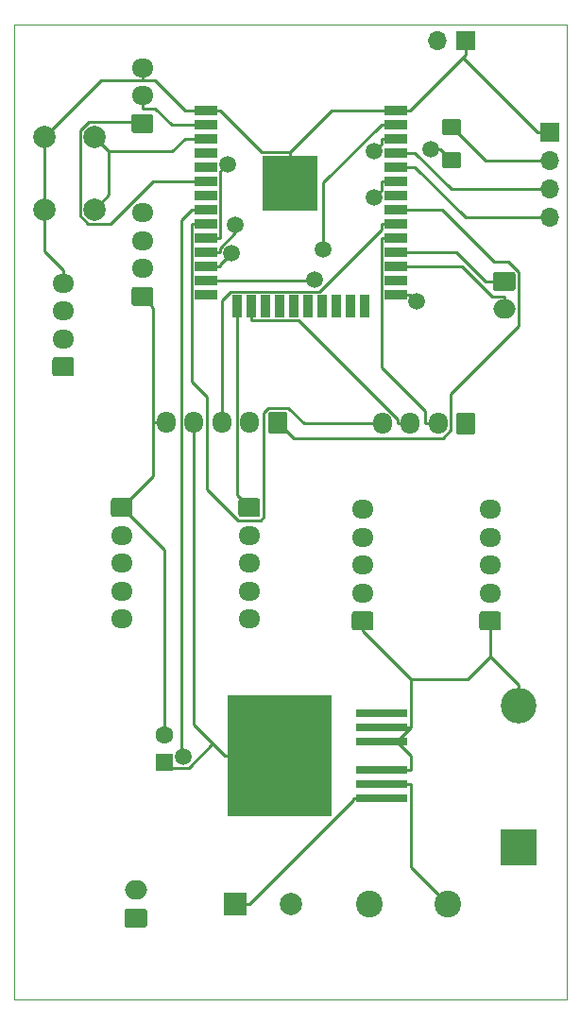
<source format=gbr>
G04 #@! TF.GenerationSoftware,KiCad,Pcbnew,(5.1.5)-3*
G04 #@! TF.CreationDate,2020-08-07T20:28:23-04:00*
G04 #@! TF.ProjectId,Ebike Board,4562696b-6520-4426-9f61-72642e6b6963,rev?*
G04 #@! TF.SameCoordinates,Original*
G04 #@! TF.FileFunction,Copper,L1,Top*
G04 #@! TF.FilePolarity,Positive*
%FSLAX46Y46*%
G04 Gerber Fmt 4.6, Leading zero omitted, Abs format (unit mm)*
G04 Created by KiCad (PCBNEW (5.1.5)-3) date 2020-08-07 20:28:23*
%MOMM*%
%LPD*%
G04 APERTURE LIST*
%ADD10C,0.050000*%
%ADD11O,1.950000X1.700000*%
%ADD12C,0.100000*%
%ADD13C,2.400000*%
%ADD14O,1.700000X1.950000*%
%ADD15C,2.000000*%
%ADD16R,5.000000X5.000000*%
%ADD17R,2.000000X0.900000*%
%ADD18R,0.900000X2.000000*%
%ADD19O,2.000000X1.700000*%
%ADD20O,1.700000X1.700000*%
%ADD21R,1.700000X1.700000*%
%ADD22R,9.400000X10.800000*%
%ADD23R,4.600000X0.800000*%
%ADD24O,3.200000X3.200000*%
%ADD25R,3.200000X3.200000*%
%ADD26R,2.000000X2.000000*%
%ADD27C,1.600000*%
%ADD28R,1.600000X1.600000*%
%ADD29C,1.500000*%
%ADD30C,0.250000*%
G04 APERTURE END LIST*
D10*
X111000000Y-157100000D02*
X111000000Y-69700000D01*
X160500000Y-157100000D02*
X111000000Y-157100000D01*
X160500000Y-69700000D02*
X160500000Y-157100000D01*
X111000000Y-69700000D02*
X160500000Y-69700000D01*
D11*
X115400000Y-92900000D03*
X115400000Y-95400000D03*
X115400000Y-97900000D03*
G04 #@! TA.AperFunction,ComponentPad*
D12*
G36*
X116149504Y-99551204D02*
G01*
X116173773Y-99554804D01*
X116197571Y-99560765D01*
X116220671Y-99569030D01*
X116242849Y-99579520D01*
X116263893Y-99592133D01*
X116283598Y-99606747D01*
X116301777Y-99623223D01*
X116318253Y-99641402D01*
X116332867Y-99661107D01*
X116345480Y-99682151D01*
X116355970Y-99704329D01*
X116364235Y-99727429D01*
X116370196Y-99751227D01*
X116373796Y-99775496D01*
X116375000Y-99800000D01*
X116375000Y-101000000D01*
X116373796Y-101024504D01*
X116370196Y-101048773D01*
X116364235Y-101072571D01*
X116355970Y-101095671D01*
X116345480Y-101117849D01*
X116332867Y-101138893D01*
X116318253Y-101158598D01*
X116301777Y-101176777D01*
X116283598Y-101193253D01*
X116263893Y-101207867D01*
X116242849Y-101220480D01*
X116220671Y-101230970D01*
X116197571Y-101239235D01*
X116173773Y-101245196D01*
X116149504Y-101248796D01*
X116125000Y-101250000D01*
X114675000Y-101250000D01*
X114650496Y-101248796D01*
X114626227Y-101245196D01*
X114602429Y-101239235D01*
X114579329Y-101230970D01*
X114557151Y-101220480D01*
X114536107Y-101207867D01*
X114516402Y-101193253D01*
X114498223Y-101176777D01*
X114481747Y-101158598D01*
X114467133Y-101138893D01*
X114454520Y-101117849D01*
X114444030Y-101095671D01*
X114435765Y-101072571D01*
X114429804Y-101048773D01*
X114426204Y-101024504D01*
X114425000Y-101000000D01*
X114425000Y-99800000D01*
X114426204Y-99775496D01*
X114429804Y-99751227D01*
X114435765Y-99727429D01*
X114444030Y-99704329D01*
X114454520Y-99682151D01*
X114467133Y-99661107D01*
X114481747Y-99641402D01*
X114498223Y-99623223D01*
X114516402Y-99606747D01*
X114536107Y-99592133D01*
X114557151Y-99579520D01*
X114579329Y-99569030D01*
X114602429Y-99560765D01*
X114626227Y-99554804D01*
X114650496Y-99551204D01*
X114675000Y-99550000D01*
X116125000Y-99550000D01*
X116149504Y-99551204D01*
G37*
G04 #@! TD.AperFunction*
D13*
X142860000Y-148590000D03*
X149860000Y-148590000D03*
G04 #@! TA.AperFunction,ComponentPad*
D12*
G36*
X132829504Y-112181204D02*
G01*
X132853773Y-112184804D01*
X132877571Y-112190765D01*
X132900671Y-112199030D01*
X132922849Y-112209520D01*
X132943893Y-112222133D01*
X132963598Y-112236747D01*
X132981777Y-112253223D01*
X132998253Y-112271402D01*
X133012867Y-112291107D01*
X133025480Y-112312151D01*
X133035970Y-112334329D01*
X133044235Y-112357429D01*
X133050196Y-112381227D01*
X133053796Y-112405496D01*
X133055000Y-112430000D01*
X133055000Y-113630000D01*
X133053796Y-113654504D01*
X133050196Y-113678773D01*
X133044235Y-113702571D01*
X133035970Y-113725671D01*
X133025480Y-113747849D01*
X133012867Y-113768893D01*
X132998253Y-113788598D01*
X132981777Y-113806777D01*
X132963598Y-113823253D01*
X132943893Y-113837867D01*
X132922849Y-113850480D01*
X132900671Y-113860970D01*
X132877571Y-113869235D01*
X132853773Y-113875196D01*
X132829504Y-113878796D01*
X132805000Y-113880000D01*
X131355000Y-113880000D01*
X131330496Y-113878796D01*
X131306227Y-113875196D01*
X131282429Y-113869235D01*
X131259329Y-113860970D01*
X131237151Y-113850480D01*
X131216107Y-113837867D01*
X131196402Y-113823253D01*
X131178223Y-113806777D01*
X131161747Y-113788598D01*
X131147133Y-113768893D01*
X131134520Y-113747849D01*
X131124030Y-113725671D01*
X131115765Y-113702571D01*
X131109804Y-113678773D01*
X131106204Y-113654504D01*
X131105000Y-113630000D01*
X131105000Y-112430000D01*
X131106204Y-112405496D01*
X131109804Y-112381227D01*
X131115765Y-112357429D01*
X131124030Y-112334329D01*
X131134520Y-112312151D01*
X131147133Y-112291107D01*
X131161747Y-112271402D01*
X131178223Y-112253223D01*
X131196402Y-112236747D01*
X131216107Y-112222133D01*
X131237151Y-112209520D01*
X131259329Y-112199030D01*
X131282429Y-112190765D01*
X131306227Y-112184804D01*
X131330496Y-112181204D01*
X131355000Y-112180000D01*
X132805000Y-112180000D01*
X132829504Y-112181204D01*
G37*
G04 #@! TD.AperFunction*
D11*
X132080000Y-115530000D03*
X132080000Y-118030000D03*
X132080000Y-120530000D03*
X132080000Y-123030000D03*
G04 #@! TA.AperFunction,ComponentPad*
D12*
G36*
X154419504Y-122341204D02*
G01*
X154443773Y-122344804D01*
X154467571Y-122350765D01*
X154490671Y-122359030D01*
X154512849Y-122369520D01*
X154533893Y-122382133D01*
X154553598Y-122396747D01*
X154571777Y-122413223D01*
X154588253Y-122431402D01*
X154602867Y-122451107D01*
X154615480Y-122472151D01*
X154625970Y-122494329D01*
X154634235Y-122517429D01*
X154640196Y-122541227D01*
X154643796Y-122565496D01*
X154645000Y-122590000D01*
X154645000Y-123790000D01*
X154643796Y-123814504D01*
X154640196Y-123838773D01*
X154634235Y-123862571D01*
X154625970Y-123885671D01*
X154615480Y-123907849D01*
X154602867Y-123928893D01*
X154588253Y-123948598D01*
X154571777Y-123966777D01*
X154553598Y-123983253D01*
X154533893Y-123997867D01*
X154512849Y-124010480D01*
X154490671Y-124020970D01*
X154467571Y-124029235D01*
X154443773Y-124035196D01*
X154419504Y-124038796D01*
X154395000Y-124040000D01*
X152945000Y-124040000D01*
X152920496Y-124038796D01*
X152896227Y-124035196D01*
X152872429Y-124029235D01*
X152849329Y-124020970D01*
X152827151Y-124010480D01*
X152806107Y-123997867D01*
X152786402Y-123983253D01*
X152768223Y-123966777D01*
X152751747Y-123948598D01*
X152737133Y-123928893D01*
X152724520Y-123907849D01*
X152714030Y-123885671D01*
X152705765Y-123862571D01*
X152699804Y-123838773D01*
X152696204Y-123814504D01*
X152695000Y-123790000D01*
X152695000Y-122590000D01*
X152696204Y-122565496D01*
X152699804Y-122541227D01*
X152705765Y-122517429D01*
X152714030Y-122494329D01*
X152724520Y-122472151D01*
X152737133Y-122451107D01*
X152751747Y-122431402D01*
X152768223Y-122413223D01*
X152786402Y-122396747D01*
X152806107Y-122382133D01*
X152827151Y-122369520D01*
X152849329Y-122359030D01*
X152872429Y-122350765D01*
X152896227Y-122344804D01*
X152920496Y-122341204D01*
X152945000Y-122340000D01*
X154395000Y-122340000D01*
X154419504Y-122341204D01*
G37*
G04 #@! TD.AperFunction*
D11*
X153670000Y-120690000D03*
X153670000Y-118190000D03*
X153670000Y-115690000D03*
X153670000Y-113190000D03*
G04 #@! TA.AperFunction,ComponentPad*
D12*
G36*
X142989504Y-122341204D02*
G01*
X143013773Y-122344804D01*
X143037571Y-122350765D01*
X143060671Y-122359030D01*
X143082849Y-122369520D01*
X143103893Y-122382133D01*
X143123598Y-122396747D01*
X143141777Y-122413223D01*
X143158253Y-122431402D01*
X143172867Y-122451107D01*
X143185480Y-122472151D01*
X143195970Y-122494329D01*
X143204235Y-122517429D01*
X143210196Y-122541227D01*
X143213796Y-122565496D01*
X143215000Y-122590000D01*
X143215000Y-123790000D01*
X143213796Y-123814504D01*
X143210196Y-123838773D01*
X143204235Y-123862571D01*
X143195970Y-123885671D01*
X143185480Y-123907849D01*
X143172867Y-123928893D01*
X143158253Y-123948598D01*
X143141777Y-123966777D01*
X143123598Y-123983253D01*
X143103893Y-123997867D01*
X143082849Y-124010480D01*
X143060671Y-124020970D01*
X143037571Y-124029235D01*
X143013773Y-124035196D01*
X142989504Y-124038796D01*
X142965000Y-124040000D01*
X141515000Y-124040000D01*
X141490496Y-124038796D01*
X141466227Y-124035196D01*
X141442429Y-124029235D01*
X141419329Y-124020970D01*
X141397151Y-124010480D01*
X141376107Y-123997867D01*
X141356402Y-123983253D01*
X141338223Y-123966777D01*
X141321747Y-123948598D01*
X141307133Y-123928893D01*
X141294520Y-123907849D01*
X141284030Y-123885671D01*
X141275765Y-123862571D01*
X141269804Y-123838773D01*
X141266204Y-123814504D01*
X141265000Y-123790000D01*
X141265000Y-122590000D01*
X141266204Y-122565496D01*
X141269804Y-122541227D01*
X141275765Y-122517429D01*
X141284030Y-122494329D01*
X141294520Y-122472151D01*
X141307133Y-122451107D01*
X141321747Y-122431402D01*
X141338223Y-122413223D01*
X141356402Y-122396747D01*
X141376107Y-122382133D01*
X141397151Y-122369520D01*
X141419329Y-122359030D01*
X141442429Y-122350765D01*
X141466227Y-122344804D01*
X141490496Y-122341204D01*
X141515000Y-122340000D01*
X142965000Y-122340000D01*
X142989504Y-122341204D01*
G37*
G04 #@! TD.AperFunction*
D11*
X142240000Y-120690000D03*
X142240000Y-118190000D03*
X142240000Y-115690000D03*
X142240000Y-113190000D03*
G04 #@! TA.AperFunction,ComponentPad*
D12*
G36*
X152114504Y-104526204D02*
G01*
X152138773Y-104529804D01*
X152162571Y-104535765D01*
X152185671Y-104544030D01*
X152207849Y-104554520D01*
X152228893Y-104567133D01*
X152248598Y-104581747D01*
X152266777Y-104598223D01*
X152283253Y-104616402D01*
X152297867Y-104636107D01*
X152310480Y-104657151D01*
X152320970Y-104679329D01*
X152329235Y-104702429D01*
X152335196Y-104726227D01*
X152338796Y-104750496D01*
X152340000Y-104775000D01*
X152340000Y-106225000D01*
X152338796Y-106249504D01*
X152335196Y-106273773D01*
X152329235Y-106297571D01*
X152320970Y-106320671D01*
X152310480Y-106342849D01*
X152297867Y-106363893D01*
X152283253Y-106383598D01*
X152266777Y-106401777D01*
X152248598Y-106418253D01*
X152228893Y-106432867D01*
X152207849Y-106445480D01*
X152185671Y-106455970D01*
X152162571Y-106464235D01*
X152138773Y-106470196D01*
X152114504Y-106473796D01*
X152090000Y-106475000D01*
X150890000Y-106475000D01*
X150865496Y-106473796D01*
X150841227Y-106470196D01*
X150817429Y-106464235D01*
X150794329Y-106455970D01*
X150772151Y-106445480D01*
X150751107Y-106432867D01*
X150731402Y-106418253D01*
X150713223Y-106401777D01*
X150696747Y-106383598D01*
X150682133Y-106363893D01*
X150669520Y-106342849D01*
X150659030Y-106320671D01*
X150650765Y-106297571D01*
X150644804Y-106273773D01*
X150641204Y-106249504D01*
X150640000Y-106225000D01*
X150640000Y-104775000D01*
X150641204Y-104750496D01*
X150644804Y-104726227D01*
X150650765Y-104702429D01*
X150659030Y-104679329D01*
X150669520Y-104657151D01*
X150682133Y-104636107D01*
X150696747Y-104616402D01*
X150713223Y-104598223D01*
X150731402Y-104581747D01*
X150751107Y-104567133D01*
X150772151Y-104554520D01*
X150794329Y-104544030D01*
X150817429Y-104535765D01*
X150841227Y-104529804D01*
X150865496Y-104526204D01*
X150890000Y-104525000D01*
X152090000Y-104525000D01*
X152114504Y-104526204D01*
G37*
G04 #@! TD.AperFunction*
D14*
X148990000Y-105500000D03*
X146490000Y-105500000D03*
X143990000Y-105500000D03*
G04 #@! TA.AperFunction,ComponentPad*
D12*
G36*
X123249504Y-77751204D02*
G01*
X123273773Y-77754804D01*
X123297571Y-77760765D01*
X123320671Y-77769030D01*
X123342849Y-77779520D01*
X123363893Y-77792133D01*
X123383598Y-77806747D01*
X123401777Y-77823223D01*
X123418253Y-77841402D01*
X123432867Y-77861107D01*
X123445480Y-77882151D01*
X123455970Y-77904329D01*
X123464235Y-77927429D01*
X123470196Y-77951227D01*
X123473796Y-77975496D01*
X123475000Y-78000000D01*
X123475000Y-79200000D01*
X123473796Y-79224504D01*
X123470196Y-79248773D01*
X123464235Y-79272571D01*
X123455970Y-79295671D01*
X123445480Y-79317849D01*
X123432867Y-79338893D01*
X123418253Y-79358598D01*
X123401777Y-79376777D01*
X123383598Y-79393253D01*
X123363893Y-79407867D01*
X123342849Y-79420480D01*
X123320671Y-79430970D01*
X123297571Y-79439235D01*
X123273773Y-79445196D01*
X123249504Y-79448796D01*
X123225000Y-79450000D01*
X121775000Y-79450000D01*
X121750496Y-79448796D01*
X121726227Y-79445196D01*
X121702429Y-79439235D01*
X121679329Y-79430970D01*
X121657151Y-79420480D01*
X121636107Y-79407867D01*
X121616402Y-79393253D01*
X121598223Y-79376777D01*
X121581747Y-79358598D01*
X121567133Y-79338893D01*
X121554520Y-79317849D01*
X121544030Y-79295671D01*
X121535765Y-79272571D01*
X121529804Y-79248773D01*
X121526204Y-79224504D01*
X121525000Y-79200000D01*
X121525000Y-78000000D01*
X121526204Y-77975496D01*
X121529804Y-77951227D01*
X121535765Y-77927429D01*
X121544030Y-77904329D01*
X121554520Y-77882151D01*
X121567133Y-77861107D01*
X121581747Y-77841402D01*
X121598223Y-77823223D01*
X121616402Y-77806747D01*
X121636107Y-77792133D01*
X121657151Y-77779520D01*
X121679329Y-77769030D01*
X121702429Y-77760765D01*
X121726227Y-77754804D01*
X121750496Y-77751204D01*
X121775000Y-77750000D01*
X123225000Y-77750000D01*
X123249504Y-77751204D01*
G37*
G04 #@! TD.AperFunction*
D11*
X122500000Y-76100000D03*
X122500000Y-73600000D03*
D15*
X113700000Y-79800000D03*
X118200000Y-79800000D03*
X113700000Y-86300000D03*
X118200000Y-86300000D03*
D16*
X135700000Y-83945000D03*
D17*
X145200000Y-93955000D03*
X145200000Y-92685000D03*
X145200000Y-91415000D03*
X145200000Y-90145000D03*
X145200000Y-88875000D03*
X145200000Y-87605000D03*
X145200000Y-86335000D03*
X145200000Y-85065000D03*
X145200000Y-83795000D03*
X145200000Y-82525000D03*
X145200000Y-81255000D03*
X145200000Y-79985000D03*
X145200000Y-78715000D03*
X145200000Y-77445000D03*
X128200000Y-93955000D03*
X128200000Y-92685000D03*
X128200000Y-91415000D03*
X128200000Y-90145000D03*
X128200000Y-88875000D03*
X128200000Y-87605000D03*
X128200000Y-86335000D03*
X128200000Y-85065000D03*
X128200000Y-83795000D03*
X128200000Y-82525000D03*
X128200000Y-81255000D03*
X128200000Y-79985000D03*
X128200000Y-78715000D03*
D18*
X142415000Y-94955000D03*
X141145000Y-94955000D03*
X139875000Y-94955000D03*
X138605000Y-94955000D03*
X137335000Y-94955000D03*
X136065000Y-94955000D03*
X134795000Y-94955000D03*
X133525000Y-94955000D03*
X132255000Y-94955000D03*
X130985000Y-94955000D03*
D17*
X128200000Y-77445000D03*
G04 #@! TA.AperFunction,ComponentPad*
D12*
G36*
X155714504Y-91901204D02*
G01*
X155738773Y-91904804D01*
X155762571Y-91910765D01*
X155785671Y-91919030D01*
X155807849Y-91929520D01*
X155828893Y-91942133D01*
X155848598Y-91956747D01*
X155866777Y-91973223D01*
X155883253Y-91991402D01*
X155897867Y-92011107D01*
X155910480Y-92032151D01*
X155920970Y-92054329D01*
X155929235Y-92077429D01*
X155935196Y-92101227D01*
X155938796Y-92125496D01*
X155940000Y-92150000D01*
X155940000Y-93350000D01*
X155938796Y-93374504D01*
X155935196Y-93398773D01*
X155929235Y-93422571D01*
X155920970Y-93445671D01*
X155910480Y-93467849D01*
X155897867Y-93488893D01*
X155883253Y-93508598D01*
X155866777Y-93526777D01*
X155848598Y-93543253D01*
X155828893Y-93557867D01*
X155807849Y-93570480D01*
X155785671Y-93580970D01*
X155762571Y-93589235D01*
X155738773Y-93595196D01*
X155714504Y-93598796D01*
X155690000Y-93600000D01*
X154190000Y-93600000D01*
X154165496Y-93598796D01*
X154141227Y-93595196D01*
X154117429Y-93589235D01*
X154094329Y-93580970D01*
X154072151Y-93570480D01*
X154051107Y-93557867D01*
X154031402Y-93543253D01*
X154013223Y-93526777D01*
X153996747Y-93508598D01*
X153982133Y-93488893D01*
X153969520Y-93467849D01*
X153959030Y-93445671D01*
X153950765Y-93422571D01*
X153944804Y-93398773D01*
X153941204Y-93374504D01*
X153940000Y-93350000D01*
X153940000Y-92150000D01*
X153941204Y-92125496D01*
X153944804Y-92101227D01*
X153950765Y-92077429D01*
X153959030Y-92054329D01*
X153969520Y-92032151D01*
X153982133Y-92011107D01*
X153996747Y-91991402D01*
X154013223Y-91973223D01*
X154031402Y-91956747D01*
X154051107Y-91942133D01*
X154072151Y-91929520D01*
X154094329Y-91919030D01*
X154117429Y-91910765D01*
X154141227Y-91904804D01*
X154165496Y-91901204D01*
X154190000Y-91900000D01*
X155690000Y-91900000D01*
X155714504Y-91901204D01*
G37*
G04 #@! TD.AperFunction*
D19*
X154940000Y-95250000D03*
G04 #@! TA.AperFunction,ComponentPad*
D12*
G36*
X123249504Y-93251204D02*
G01*
X123273773Y-93254804D01*
X123297571Y-93260765D01*
X123320671Y-93269030D01*
X123342849Y-93279520D01*
X123363893Y-93292133D01*
X123383598Y-93306747D01*
X123401777Y-93323223D01*
X123418253Y-93341402D01*
X123432867Y-93361107D01*
X123445480Y-93382151D01*
X123455970Y-93404329D01*
X123464235Y-93427429D01*
X123470196Y-93451227D01*
X123473796Y-93475496D01*
X123475000Y-93500000D01*
X123475000Y-94700000D01*
X123473796Y-94724504D01*
X123470196Y-94748773D01*
X123464235Y-94772571D01*
X123455970Y-94795671D01*
X123445480Y-94817849D01*
X123432867Y-94838893D01*
X123418253Y-94858598D01*
X123401777Y-94876777D01*
X123383598Y-94893253D01*
X123363893Y-94907867D01*
X123342849Y-94920480D01*
X123320671Y-94930970D01*
X123297571Y-94939235D01*
X123273773Y-94945196D01*
X123249504Y-94948796D01*
X123225000Y-94950000D01*
X121775000Y-94950000D01*
X121750496Y-94948796D01*
X121726227Y-94945196D01*
X121702429Y-94939235D01*
X121679329Y-94930970D01*
X121657151Y-94920480D01*
X121636107Y-94907867D01*
X121616402Y-94893253D01*
X121598223Y-94876777D01*
X121581747Y-94858598D01*
X121567133Y-94838893D01*
X121554520Y-94817849D01*
X121544030Y-94795671D01*
X121535765Y-94772571D01*
X121529804Y-94748773D01*
X121526204Y-94724504D01*
X121525000Y-94700000D01*
X121525000Y-93500000D01*
X121526204Y-93475496D01*
X121529804Y-93451227D01*
X121535765Y-93427429D01*
X121544030Y-93404329D01*
X121554520Y-93382151D01*
X121567133Y-93361107D01*
X121581747Y-93341402D01*
X121598223Y-93323223D01*
X121616402Y-93306747D01*
X121636107Y-93292133D01*
X121657151Y-93279520D01*
X121679329Y-93269030D01*
X121702429Y-93260765D01*
X121726227Y-93254804D01*
X121750496Y-93251204D01*
X121775000Y-93250000D01*
X123225000Y-93250000D01*
X123249504Y-93251204D01*
G37*
G04 #@! TD.AperFunction*
D11*
X122500000Y-91600000D03*
X122500000Y-89100000D03*
X122500000Y-86600000D03*
G04 #@! TA.AperFunction,ComponentPad*
D12*
G36*
X135244504Y-104436204D02*
G01*
X135268773Y-104439804D01*
X135292571Y-104445765D01*
X135315671Y-104454030D01*
X135337849Y-104464520D01*
X135358893Y-104477133D01*
X135378598Y-104491747D01*
X135396777Y-104508223D01*
X135413253Y-104526402D01*
X135427867Y-104546107D01*
X135440480Y-104567151D01*
X135450970Y-104589329D01*
X135459235Y-104612429D01*
X135465196Y-104636227D01*
X135468796Y-104660496D01*
X135470000Y-104685000D01*
X135470000Y-106135000D01*
X135468796Y-106159504D01*
X135465196Y-106183773D01*
X135459235Y-106207571D01*
X135450970Y-106230671D01*
X135440480Y-106252849D01*
X135427867Y-106273893D01*
X135413253Y-106293598D01*
X135396777Y-106311777D01*
X135378598Y-106328253D01*
X135358893Y-106342867D01*
X135337849Y-106355480D01*
X135315671Y-106365970D01*
X135292571Y-106374235D01*
X135268773Y-106380196D01*
X135244504Y-106383796D01*
X135220000Y-106385000D01*
X134020000Y-106385000D01*
X133995496Y-106383796D01*
X133971227Y-106380196D01*
X133947429Y-106374235D01*
X133924329Y-106365970D01*
X133902151Y-106355480D01*
X133881107Y-106342867D01*
X133861402Y-106328253D01*
X133843223Y-106311777D01*
X133826747Y-106293598D01*
X133812133Y-106273893D01*
X133799520Y-106252849D01*
X133789030Y-106230671D01*
X133780765Y-106207571D01*
X133774804Y-106183773D01*
X133771204Y-106159504D01*
X133770000Y-106135000D01*
X133770000Y-104685000D01*
X133771204Y-104660496D01*
X133774804Y-104636227D01*
X133780765Y-104612429D01*
X133789030Y-104589329D01*
X133799520Y-104567151D01*
X133812133Y-104546107D01*
X133826747Y-104526402D01*
X133843223Y-104508223D01*
X133861402Y-104491747D01*
X133881107Y-104477133D01*
X133902151Y-104464520D01*
X133924329Y-104454030D01*
X133947429Y-104445765D01*
X133971227Y-104439804D01*
X133995496Y-104436204D01*
X134020000Y-104435000D01*
X135220000Y-104435000D01*
X135244504Y-104436204D01*
G37*
G04 #@! TD.AperFunction*
D14*
X132120000Y-105410000D03*
X129620000Y-105410000D03*
X127120000Y-105410000D03*
X124620000Y-105410000D03*
G04 #@! TA.AperFunction,ComponentPad*
D12*
G36*
X122694504Y-148971204D02*
G01*
X122718773Y-148974804D01*
X122742571Y-148980765D01*
X122765671Y-148989030D01*
X122787849Y-148999520D01*
X122808893Y-149012133D01*
X122828598Y-149026747D01*
X122846777Y-149043223D01*
X122863253Y-149061402D01*
X122877867Y-149081107D01*
X122890480Y-149102151D01*
X122900970Y-149124329D01*
X122909235Y-149147429D01*
X122915196Y-149171227D01*
X122918796Y-149195496D01*
X122920000Y-149220000D01*
X122920000Y-150420000D01*
X122918796Y-150444504D01*
X122915196Y-150468773D01*
X122909235Y-150492571D01*
X122900970Y-150515671D01*
X122890480Y-150537849D01*
X122877867Y-150558893D01*
X122863253Y-150578598D01*
X122846777Y-150596777D01*
X122828598Y-150613253D01*
X122808893Y-150627867D01*
X122787849Y-150640480D01*
X122765671Y-150650970D01*
X122742571Y-150659235D01*
X122718773Y-150665196D01*
X122694504Y-150668796D01*
X122670000Y-150670000D01*
X121170000Y-150670000D01*
X121145496Y-150668796D01*
X121121227Y-150665196D01*
X121097429Y-150659235D01*
X121074329Y-150650970D01*
X121052151Y-150640480D01*
X121031107Y-150627867D01*
X121011402Y-150613253D01*
X120993223Y-150596777D01*
X120976747Y-150578598D01*
X120962133Y-150558893D01*
X120949520Y-150537849D01*
X120939030Y-150515671D01*
X120930765Y-150492571D01*
X120924804Y-150468773D01*
X120921204Y-150444504D01*
X120920000Y-150420000D01*
X120920000Y-149220000D01*
X120921204Y-149195496D01*
X120924804Y-149171227D01*
X120930765Y-149147429D01*
X120939030Y-149124329D01*
X120949520Y-149102151D01*
X120962133Y-149081107D01*
X120976747Y-149061402D01*
X120993223Y-149043223D01*
X121011402Y-149026747D01*
X121031107Y-149012133D01*
X121052151Y-148999520D01*
X121074329Y-148989030D01*
X121097429Y-148980765D01*
X121121227Y-148974804D01*
X121145496Y-148971204D01*
X121170000Y-148970000D01*
X122670000Y-148970000D01*
X122694504Y-148971204D01*
G37*
G04 #@! TD.AperFunction*
D19*
X121920000Y-147320000D03*
G04 #@! TA.AperFunction,ComponentPad*
D12*
G36*
X121399504Y-112181204D02*
G01*
X121423773Y-112184804D01*
X121447571Y-112190765D01*
X121470671Y-112199030D01*
X121492849Y-112209520D01*
X121513893Y-112222133D01*
X121533598Y-112236747D01*
X121551777Y-112253223D01*
X121568253Y-112271402D01*
X121582867Y-112291107D01*
X121595480Y-112312151D01*
X121605970Y-112334329D01*
X121614235Y-112357429D01*
X121620196Y-112381227D01*
X121623796Y-112405496D01*
X121625000Y-112430000D01*
X121625000Y-113630000D01*
X121623796Y-113654504D01*
X121620196Y-113678773D01*
X121614235Y-113702571D01*
X121605970Y-113725671D01*
X121595480Y-113747849D01*
X121582867Y-113768893D01*
X121568253Y-113788598D01*
X121551777Y-113806777D01*
X121533598Y-113823253D01*
X121513893Y-113837867D01*
X121492849Y-113850480D01*
X121470671Y-113860970D01*
X121447571Y-113869235D01*
X121423773Y-113875196D01*
X121399504Y-113878796D01*
X121375000Y-113880000D01*
X119925000Y-113880000D01*
X119900496Y-113878796D01*
X119876227Y-113875196D01*
X119852429Y-113869235D01*
X119829329Y-113860970D01*
X119807151Y-113850480D01*
X119786107Y-113837867D01*
X119766402Y-113823253D01*
X119748223Y-113806777D01*
X119731747Y-113788598D01*
X119717133Y-113768893D01*
X119704520Y-113747849D01*
X119694030Y-113725671D01*
X119685765Y-113702571D01*
X119679804Y-113678773D01*
X119676204Y-113654504D01*
X119675000Y-113630000D01*
X119675000Y-112430000D01*
X119676204Y-112405496D01*
X119679804Y-112381227D01*
X119685765Y-112357429D01*
X119694030Y-112334329D01*
X119704520Y-112312151D01*
X119717133Y-112291107D01*
X119731747Y-112271402D01*
X119748223Y-112253223D01*
X119766402Y-112236747D01*
X119786107Y-112222133D01*
X119807151Y-112209520D01*
X119829329Y-112199030D01*
X119852429Y-112190765D01*
X119876227Y-112184804D01*
X119900496Y-112181204D01*
X119925000Y-112180000D01*
X121375000Y-112180000D01*
X121399504Y-112181204D01*
G37*
G04 #@! TD.AperFunction*
D11*
X120650000Y-115530000D03*
X120650000Y-118030000D03*
X120650000Y-120530000D03*
X120650000Y-123030000D03*
D20*
X148900000Y-71200000D03*
D21*
X151440000Y-71200000D03*
D20*
X159000000Y-87040000D03*
X159000000Y-84500000D03*
X159000000Y-81960000D03*
D21*
X159000000Y-79420000D03*
D22*
X134825000Y-135225000D03*
D23*
X143975000Y-131415000D03*
X143975000Y-132685000D03*
X143975000Y-133955000D03*
X143975000Y-136495000D03*
X143975000Y-137765000D03*
X143975000Y-139035000D03*
G04 #@! TA.AperFunction,SMDPad,CuDef*
D12*
G36*
X150849504Y-81176204D02*
G01*
X150873773Y-81179804D01*
X150897571Y-81185765D01*
X150920671Y-81194030D01*
X150942849Y-81204520D01*
X150963893Y-81217133D01*
X150983598Y-81231747D01*
X151001777Y-81248223D01*
X151018253Y-81266402D01*
X151032867Y-81286107D01*
X151045480Y-81307151D01*
X151055970Y-81329329D01*
X151064235Y-81352429D01*
X151070196Y-81376227D01*
X151073796Y-81400496D01*
X151075000Y-81425000D01*
X151075000Y-82350000D01*
X151073796Y-82374504D01*
X151070196Y-82398773D01*
X151064235Y-82422571D01*
X151055970Y-82445671D01*
X151045480Y-82467849D01*
X151032867Y-82488893D01*
X151018253Y-82508598D01*
X151001777Y-82526777D01*
X150983598Y-82543253D01*
X150963893Y-82557867D01*
X150942849Y-82570480D01*
X150920671Y-82580970D01*
X150897571Y-82589235D01*
X150873773Y-82595196D01*
X150849504Y-82598796D01*
X150825000Y-82600000D01*
X149575000Y-82600000D01*
X149550496Y-82598796D01*
X149526227Y-82595196D01*
X149502429Y-82589235D01*
X149479329Y-82580970D01*
X149457151Y-82570480D01*
X149436107Y-82557867D01*
X149416402Y-82543253D01*
X149398223Y-82526777D01*
X149381747Y-82508598D01*
X149367133Y-82488893D01*
X149354520Y-82467849D01*
X149344030Y-82445671D01*
X149335765Y-82422571D01*
X149329804Y-82398773D01*
X149326204Y-82374504D01*
X149325000Y-82350000D01*
X149325000Y-81425000D01*
X149326204Y-81400496D01*
X149329804Y-81376227D01*
X149335765Y-81352429D01*
X149344030Y-81329329D01*
X149354520Y-81307151D01*
X149367133Y-81286107D01*
X149381747Y-81266402D01*
X149398223Y-81248223D01*
X149416402Y-81231747D01*
X149436107Y-81217133D01*
X149457151Y-81204520D01*
X149479329Y-81194030D01*
X149502429Y-81185765D01*
X149526227Y-81179804D01*
X149550496Y-81176204D01*
X149575000Y-81175000D01*
X150825000Y-81175000D01*
X150849504Y-81176204D01*
G37*
G04 #@! TD.AperFunction*
G04 #@! TA.AperFunction,SMDPad,CuDef*
G36*
X150849504Y-78201204D02*
G01*
X150873773Y-78204804D01*
X150897571Y-78210765D01*
X150920671Y-78219030D01*
X150942849Y-78229520D01*
X150963893Y-78242133D01*
X150983598Y-78256747D01*
X151001777Y-78273223D01*
X151018253Y-78291402D01*
X151032867Y-78311107D01*
X151045480Y-78332151D01*
X151055970Y-78354329D01*
X151064235Y-78377429D01*
X151070196Y-78401227D01*
X151073796Y-78425496D01*
X151075000Y-78450000D01*
X151075000Y-79375000D01*
X151073796Y-79399504D01*
X151070196Y-79423773D01*
X151064235Y-79447571D01*
X151055970Y-79470671D01*
X151045480Y-79492849D01*
X151032867Y-79513893D01*
X151018253Y-79533598D01*
X151001777Y-79551777D01*
X150983598Y-79568253D01*
X150963893Y-79582867D01*
X150942849Y-79595480D01*
X150920671Y-79605970D01*
X150897571Y-79614235D01*
X150873773Y-79620196D01*
X150849504Y-79623796D01*
X150825000Y-79625000D01*
X149575000Y-79625000D01*
X149550496Y-79623796D01*
X149526227Y-79620196D01*
X149502429Y-79614235D01*
X149479329Y-79605970D01*
X149457151Y-79595480D01*
X149436107Y-79582867D01*
X149416402Y-79568253D01*
X149398223Y-79551777D01*
X149381747Y-79533598D01*
X149367133Y-79513893D01*
X149354520Y-79492849D01*
X149344030Y-79470671D01*
X149335765Y-79447571D01*
X149329804Y-79423773D01*
X149326204Y-79399504D01*
X149325000Y-79375000D01*
X149325000Y-78450000D01*
X149326204Y-78425496D01*
X149329804Y-78401227D01*
X149335765Y-78377429D01*
X149344030Y-78354329D01*
X149354520Y-78332151D01*
X149367133Y-78311107D01*
X149381747Y-78291402D01*
X149398223Y-78273223D01*
X149416402Y-78256747D01*
X149436107Y-78242133D01*
X149457151Y-78229520D01*
X149479329Y-78219030D01*
X149502429Y-78210765D01*
X149526227Y-78204804D01*
X149550496Y-78201204D01*
X149575000Y-78200000D01*
X150825000Y-78200000D01*
X150849504Y-78201204D01*
G37*
G04 #@! TD.AperFunction*
D24*
X156210000Y-130810000D03*
D25*
X156210000Y-143510000D03*
D15*
X135810000Y-148590000D03*
D26*
X130810000Y-148590000D03*
D27*
X124460000Y-133390000D03*
D28*
X124460000Y-135890000D03*
D29*
X138730100Y-89848100D03*
X137893300Y-92587400D03*
X130505500Y-90187200D03*
X130855000Y-87709400D03*
X130105500Y-82231800D03*
X126178100Y-135312100D03*
X147105900Y-94583200D03*
X148325900Y-80873900D03*
X143267700Y-81109200D03*
X143287200Y-85233100D03*
D30*
X132080000Y-113030000D02*
X130985000Y-111935000D01*
X130985000Y-111935000D02*
X130985000Y-94955000D01*
X151187500Y-72735200D02*
X151440000Y-72482700D01*
X151440000Y-72482700D02*
X151440000Y-71200000D01*
X146477700Y-77445000D02*
X151187500Y-72735200D01*
X151187500Y-72735200D02*
X157872300Y-79420000D01*
X159000000Y-79420000D02*
X157872300Y-79420000D01*
X146533900Y-132685000D02*
X145263900Y-133955000D01*
X146552800Y-128400200D02*
X146552800Y-132666100D01*
X146552800Y-132666100D02*
X146533900Y-132685000D01*
X143975000Y-132685000D02*
X146533900Y-132685000D01*
X144619500Y-133955000D02*
X145263900Y-133955000D01*
X143975000Y-133955000D02*
X144619500Y-133955000D01*
X146552800Y-128400200D02*
X151662100Y-128400200D01*
X151662100Y-128400200D02*
X153670000Y-126392300D01*
X142240000Y-123190000D02*
X142240000Y-124087400D01*
X142240000Y-124087400D02*
X146552800Y-128400200D01*
X145263900Y-133955000D02*
X146552700Y-135243800D01*
X146552700Y-135243800D02*
X146552700Y-136495000D01*
X143975000Y-136495000D02*
X146552700Y-136495000D01*
X113700000Y-79800000D02*
X118772300Y-74727700D01*
X118772300Y-74727700D02*
X122500000Y-74727700D01*
X113700000Y-86300000D02*
X113700000Y-79800000D01*
X123492300Y-105410000D02*
X123492300Y-95092300D01*
X123492300Y-95092300D02*
X122500000Y-94100000D01*
X145200000Y-77445000D02*
X146477700Y-77445000D01*
X135700000Y-81167300D02*
X139422300Y-77445000D01*
X139422300Y-77445000D02*
X145200000Y-77445000D01*
X135700000Y-83945000D02*
X135700000Y-81167300D01*
X128200000Y-77445000D02*
X129477700Y-77445000D01*
X129477700Y-77445000D02*
X133200000Y-81167300D01*
X133200000Y-81167300D02*
X135700000Y-81167300D01*
X122500000Y-74727700D02*
X123627700Y-74727700D01*
X123627700Y-74727700D02*
X126345000Y-77445000D01*
X126345000Y-77445000D02*
X128200000Y-77445000D01*
X120650000Y-113030000D02*
X123492300Y-110187700D01*
X123492300Y-110187700D02*
X123492300Y-105410000D01*
X124460000Y-133390000D02*
X124460000Y-116840000D01*
X124460000Y-116840000D02*
X120650000Y-113030000D01*
X115400000Y-92900000D02*
X115400000Y-91772300D01*
X115400000Y-91772300D02*
X113700000Y-90072300D01*
X113700000Y-90072300D02*
X113700000Y-86300000D01*
X124620000Y-105410000D02*
X123492300Y-105410000D01*
X153670000Y-126392300D02*
X153670000Y-123190000D01*
X156210000Y-128932300D02*
X153670000Y-126392300D01*
X122500000Y-73600000D02*
X122500000Y-74727700D01*
X156210000Y-130810000D02*
X156210000Y-128932300D01*
X143975000Y-139035000D02*
X141397300Y-139035000D01*
X130810000Y-148590000D02*
X132087700Y-148590000D01*
X132087700Y-148590000D02*
X141397300Y-139280400D01*
X141397300Y-139280400D02*
X141397300Y-139035000D01*
X128818100Y-134195800D02*
X127120000Y-132497700D01*
X127120000Y-132497700D02*
X127120000Y-106662700D01*
X129847300Y-135225000D02*
X128818100Y-134195800D01*
X124460000Y-135890000D02*
X124942600Y-136372600D01*
X124942600Y-136372600D02*
X126641300Y-136372600D01*
X126641300Y-136372600D02*
X128818100Y-134195800D01*
X134825000Y-135225000D02*
X129847300Y-135225000D01*
X127120000Y-105410000D02*
X127120000Y-106662700D01*
X122500000Y-76100000D02*
X122500000Y-77227700D01*
X128200000Y-78715000D02*
X125115000Y-78715000D01*
X125115000Y-78715000D02*
X123627700Y-77227700D01*
X123627700Y-77227700D02*
X122500000Y-77227700D01*
X159000000Y-81960000D02*
X153247500Y-81960000D01*
X153247500Y-81960000D02*
X150200000Y-78912500D01*
X143975000Y-137765000D02*
X146552700Y-137765000D01*
X146552700Y-137765000D02*
X146552700Y-145282700D01*
X146552700Y-145282700D02*
X149860000Y-148590000D01*
X145200000Y-87605000D02*
X143922300Y-87605000D01*
X143922300Y-87605000D02*
X143922300Y-88073600D01*
X143922300Y-88073600D02*
X138318700Y-93677200D01*
X138318700Y-93677200D02*
X130357700Y-93677200D01*
X130357700Y-93677200D02*
X129620000Y-94414900D01*
X129620000Y-94414900D02*
X129620000Y-105410000D01*
X143922300Y-78715000D02*
X138730100Y-83907200D01*
X138730100Y-83907200D02*
X138730100Y-89848100D01*
X145200000Y-78715000D02*
X143922300Y-78715000D01*
X145200000Y-86335000D02*
X149366500Y-86335000D01*
X149366500Y-86335000D02*
X154045100Y-91013600D01*
X154045100Y-91013600D02*
X155309300Y-91013600D01*
X155309300Y-91013600D02*
X156225200Y-91929500D01*
X156225200Y-91929500D02*
X156225200Y-96772300D01*
X156225200Y-96772300D02*
X150152500Y-102845000D01*
X150152500Y-102845000D02*
X150152500Y-106072600D01*
X150152500Y-106072600D02*
X149402000Y-106823100D01*
X149402000Y-106823100D02*
X136033100Y-106823100D01*
X136033100Y-106823100D02*
X134620000Y-105410000D01*
X154940000Y-95250000D02*
X154940000Y-94122300D01*
X154940000Y-94122300D02*
X153812300Y-94122300D01*
X153812300Y-94122300D02*
X151105000Y-91415000D01*
X151105000Y-91415000D02*
X145200000Y-91415000D01*
X154940000Y-92750000D02*
X153230600Y-92750000D01*
X153230600Y-92750000D02*
X150625600Y-90145000D01*
X150625600Y-90145000D02*
X145200000Y-90145000D01*
X128200000Y-83795000D02*
X123465800Y-83795000D01*
X123465800Y-83795000D02*
X119672200Y-87588600D01*
X119672200Y-87588600D02*
X117650300Y-87588600D01*
X117650300Y-87588600D02*
X116915500Y-86853800D01*
X116915500Y-86853800D02*
X116915500Y-79244400D01*
X116915500Y-79244400D02*
X117681100Y-78478800D01*
X117681100Y-78478800D02*
X122378800Y-78478800D01*
X122378800Y-78478800D02*
X122500000Y-78600000D01*
X128200000Y-87605000D02*
X126922300Y-87605000D01*
X126922300Y-87605000D02*
X126922300Y-101704800D01*
X126922300Y-101704800D02*
X128291100Y-103073600D01*
X128291100Y-103073600D02*
X128291100Y-111363500D01*
X128291100Y-111363500D02*
X131101300Y-114173700D01*
X131101300Y-114173700D02*
X133078500Y-114173700D01*
X133078500Y-114173700D02*
X133369400Y-113882800D01*
X133369400Y-113882800D02*
X133369400Y-104560000D01*
X133369400Y-104560000D02*
X133810700Y-104118700D01*
X133810700Y-104118700D02*
X135579800Y-104118700D01*
X135579800Y-104118700D02*
X136961100Y-105500000D01*
X136961100Y-105500000D02*
X143990000Y-105500000D01*
X146490000Y-105500000D02*
X145362300Y-105500000D01*
X132255000Y-94955000D02*
X132255000Y-96232700D01*
X132255000Y-96232700D02*
X136465200Y-96232700D01*
X136465200Y-96232700D02*
X145362300Y-105129800D01*
X145362300Y-105129800D02*
X145362300Y-105500000D01*
X148990000Y-105500000D02*
X147862300Y-105500000D01*
X145200000Y-88875000D02*
X143922300Y-88875000D01*
X143922300Y-88875000D02*
X143922300Y-100432300D01*
X143922300Y-100432300D02*
X147862300Y-104372300D01*
X147862300Y-104372300D02*
X147862300Y-105500000D01*
X128200000Y-92685000D02*
X137795700Y-92685000D01*
X137795700Y-92685000D02*
X137893300Y-92587400D01*
X129477700Y-91415000D02*
X129477700Y-91215000D01*
X129477700Y-91215000D02*
X130505500Y-90187200D01*
X128200000Y-91415000D02*
X129477700Y-91415000D01*
X129477700Y-90145000D02*
X129477700Y-89761600D01*
X129477700Y-89761600D02*
X130855000Y-88384300D01*
X130855000Y-88384300D02*
X130855000Y-87709400D01*
X128200000Y-90145000D02*
X129477700Y-90145000D01*
X129477700Y-88875000D02*
X129477700Y-82859600D01*
X129477700Y-82859600D02*
X130105500Y-82231800D01*
X128200000Y-88875000D02*
X129477700Y-88875000D01*
X126922300Y-86335000D02*
X125990100Y-87267200D01*
X125990100Y-87267200D02*
X125990100Y-135124100D01*
X125990100Y-135124100D02*
X126178100Y-135312100D01*
X128200000Y-86335000D02*
X126922300Y-86335000D01*
X147105900Y-94583200D02*
X146477700Y-93955000D01*
X145200000Y-93955000D02*
X146477700Y-93955000D01*
X159000000Y-87040000D02*
X151448100Y-87040000D01*
X151448100Y-87040000D02*
X146933100Y-82525000D01*
X146933100Y-82525000D02*
X145200000Y-82525000D01*
X159000000Y-84500000D02*
X150190300Y-84500000D01*
X150190300Y-84500000D02*
X146945300Y-81255000D01*
X146945300Y-81255000D02*
X145200000Y-81255000D01*
X148325900Y-80873900D02*
X149186400Y-80873900D01*
X149186400Y-80873900D02*
X150200000Y-81887500D01*
X119513000Y-81113000D02*
X118200000Y-79800000D01*
X128200000Y-79985000D02*
X126310000Y-79985000D01*
X126310000Y-79985000D02*
X125182000Y-81113000D01*
X125182000Y-81113000D02*
X119513000Y-81113000D01*
X119513000Y-81113000D02*
X119513000Y-84987000D01*
X119513000Y-84987000D02*
X118200000Y-86300000D01*
X143922300Y-79985000D02*
X143922300Y-80454600D01*
X143922300Y-80454600D02*
X143267700Y-81109200D01*
X145200000Y-79985000D02*
X143922300Y-79985000D01*
X143922300Y-83795000D02*
X143922300Y-84598000D01*
X143922300Y-84598000D02*
X143287200Y-85233100D01*
X145200000Y-83795000D02*
X143922300Y-83795000D01*
M02*

</source>
